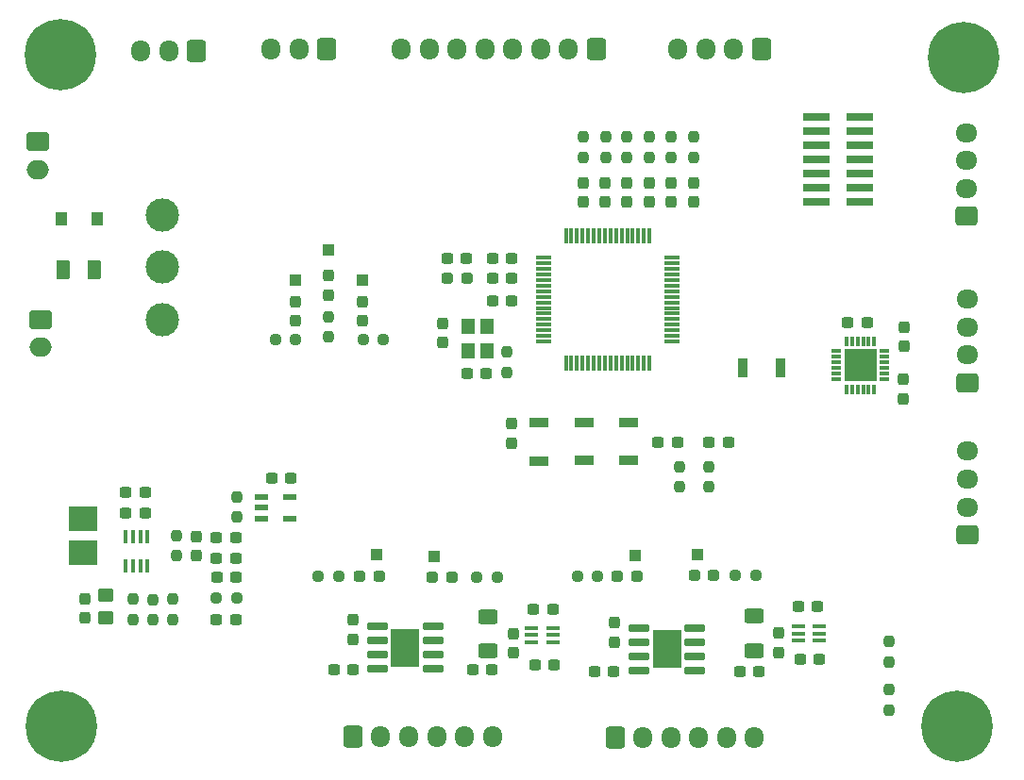
<source format=gbr>
%TF.GenerationSoftware,KiCad,Pcbnew,(7.0.0)*%
%TF.CreationDate,2023-10-26T11:16:44+02:00*%
%TF.ProjectId,Kyttiludzinator,4b797474-696c-4756-947a-696e61746f72,rev?*%
%TF.SameCoordinates,Original*%
%TF.FileFunction,Soldermask,Top*%
%TF.FilePolarity,Negative*%
%FSLAX46Y46*%
G04 Gerber Fmt 4.6, Leading zero omitted, Abs format (unit mm)*
G04 Created by KiCad (PCBNEW (7.0.0)) date 2023-10-26 11:16:44*
%MOMM*%
%LPD*%
G01*
G04 APERTURE LIST*
G04 Aperture macros list*
%AMRoundRect*
0 Rectangle with rounded corners*
0 $1 Rounding radius*
0 $2 $3 $4 $5 $6 $7 $8 $9 X,Y pos of 4 corners*
0 Add a 4 corners polygon primitive as box body*
4,1,4,$2,$3,$4,$5,$6,$7,$8,$9,$2,$3,0*
0 Add four circle primitives for the rounded corners*
1,1,$1+$1,$2,$3*
1,1,$1+$1,$4,$5*
1,1,$1+$1,$6,$7*
1,1,$1+$1,$8,$9*
0 Add four rect primitives between the rounded corners*
20,1,$1+$1,$2,$3,$4,$5,0*
20,1,$1+$1,$4,$5,$6,$7,0*
20,1,$1+$1,$6,$7,$8,$9,0*
20,1,$1+$1,$8,$9,$2,$3,0*%
G04 Aperture macros list end*
%ADD10RoundRect,0.250000X0.725000X-0.600000X0.725000X0.600000X-0.725000X0.600000X-0.725000X-0.600000X0*%
%ADD11O,1.950000X1.700000*%
%ADD12RoundRect,0.237500X0.237500X-0.250000X0.237500X0.250000X-0.237500X0.250000X-0.237500X-0.250000X0*%
%ADD13RoundRect,0.237500X-0.300000X-0.237500X0.300000X-0.237500X0.300000X0.237500X-0.300000X0.237500X0*%
%ADD14RoundRect,0.237500X-0.237500X0.287500X-0.237500X-0.287500X0.237500X-0.287500X0.237500X0.287500X0*%
%ADD15RoundRect,0.237500X0.237500X-0.300000X0.237500X0.300000X-0.237500X0.300000X-0.237500X-0.300000X0*%
%ADD16RoundRect,0.237500X-0.237500X0.250000X-0.237500X-0.250000X0.237500X-0.250000X0.237500X0.250000X0*%
%ADD17RoundRect,0.150000X0.820000X0.150000X-0.820000X0.150000X-0.820000X-0.150000X0.820000X-0.150000X0*%
%ADD18R,2.620000X3.510000*%
%ADD19RoundRect,0.250000X-0.450000X0.350000X-0.450000X-0.350000X0.450000X-0.350000X0.450000X0.350000X0*%
%ADD20R,1.000000X1.000000*%
%ADD21C,0.800000*%
%ADD22C,6.400000*%
%ADD23RoundRect,0.237500X0.300000X0.237500X-0.300000X0.237500X-0.300000X-0.237500X0.300000X-0.237500X0*%
%ADD24RoundRect,0.237500X-0.237500X0.300000X-0.237500X-0.300000X0.237500X-0.300000X0.237500X0.300000X0*%
%ADD25RoundRect,0.237500X0.250000X0.237500X-0.250000X0.237500X-0.250000X-0.237500X0.250000X-0.237500X0*%
%ADD26R,1.200000X0.600000*%
%ADD27RoundRect,0.250000X-0.750000X0.600000X-0.750000X-0.600000X0.750000X-0.600000X0.750000X0.600000X0*%
%ADD28O,2.000000X1.700000*%
%ADD29R,1.700000X0.900000*%
%ADD30RoundRect,0.250000X0.600000X0.725000X-0.600000X0.725000X-0.600000X-0.725000X0.600000X-0.725000X0*%
%ADD31O,1.700000X1.950000*%
%ADD32RoundRect,0.250000X-0.625000X0.400000X-0.625000X-0.400000X0.625000X-0.400000X0.625000X0.400000X0*%
%ADD33R,0.300000X0.950000*%
%ADD34R,0.950000X0.300000*%
%ADD35R,2.990000X2.990000*%
%ADD36RoundRect,0.237500X0.237500X-0.287500X0.237500X0.287500X-0.237500X0.287500X-0.237500X-0.287500X0*%
%ADD37R,0.450000X1.150000*%
%ADD38RoundRect,0.237500X-0.287500X-0.237500X0.287500X-0.237500X0.287500X0.237500X-0.287500X0.237500X0*%
%ADD39R,1.200000X0.400000*%
%ADD40R,0.900000X1.700000*%
%ADD41RoundRect,0.237500X0.287500X0.237500X-0.287500X0.237500X-0.287500X-0.237500X0.287500X-0.237500X0*%
%ADD42R,1.200000X1.400000*%
%ADD43RoundRect,0.237500X-0.250000X-0.237500X0.250000X-0.237500X0.250000X0.237500X-0.250000X0.237500X0*%
%ADD44RoundRect,0.250000X-0.600000X-0.725000X0.600000X-0.725000X0.600000X0.725000X-0.600000X0.725000X0*%
%ADD45R,2.500000X2.200000*%
%ADD46R,1.120000X1.220000*%
%ADD47R,1.475000X0.300000*%
%ADD48R,0.300000X1.475000*%
%ADD49R,2.400000X0.740000*%
%ADD50RoundRect,0.250000X-0.375000X-0.625000X0.375000X-0.625000X0.375000X0.625000X-0.375000X0.625000X0*%
%ADD51C,3.000000*%
G04 APERTURE END LIST*
D10*
%TO.C,J504*%
X212958000Y-85859000D03*
D11*
X212957999Y-83358999D03*
X212957999Y-80858999D03*
X212957999Y-78358999D03*
%TD*%
D12*
%TO.C,R205*%
X188341000Y-51990000D03*
X188341000Y-50165000D03*
%TD*%
D13*
%TO.C,C308*%
X145568500Y-86106000D03*
X147293500Y-86106000D03*
%TD*%
D14*
%TO.C,D205*%
X184404000Y-54243000D03*
X184404000Y-55993000D03*
%TD*%
D15*
%TO.C,C401*%
X157800000Y-95223500D03*
X157800000Y-93498500D03*
%TD*%
D16*
%TO.C,R202*%
X187071000Y-79732500D03*
X187071000Y-81557500D03*
%TD*%
D17*
%TO.C,U401*%
X188441000Y-98044000D03*
X188441000Y-96774000D03*
X188441000Y-95504000D03*
X188441000Y-94234000D03*
X183481000Y-94234000D03*
X183481000Y-95504000D03*
X183481000Y-96774000D03*
X183481000Y-98044000D03*
D18*
X185960999Y-96138999D03*
%TD*%
D19*
%TO.C,R303*%
X135636000Y-91305500D03*
X135636000Y-93305500D03*
%TD*%
D20*
%TO.C,REF\u002A\u002A*%
X158622999Y-62991999D03*
%TD*%
D21*
%TO.C,REFe*%
X210200000Y-43000000D03*
X210902944Y-41302944D03*
X210902944Y-44697056D03*
X212600000Y-40600000D03*
D22*
X212600000Y-43000000D03*
D21*
X212600000Y-45400000D03*
X214297056Y-41302944D03*
X214297056Y-44697056D03*
X215000000Y-43000000D03*
%TD*%
D23*
%TO.C,C307*%
X147291000Y-87997500D03*
X145566000Y-87997500D03*
%TD*%
D15*
%TO.C,C402*%
X181229000Y-95477500D03*
X181229000Y-93752500D03*
%TD*%
D16*
%TO.C,R305*%
X141605000Y-91647000D03*
X141605000Y-93472000D03*
%TD*%
D24*
%TO.C,C304*%
X133731000Y-91570000D03*
X133731000Y-93295000D03*
%TD*%
D13*
%TO.C,C206*%
X185192500Y-77597000D03*
X186917500Y-77597000D03*
%TD*%
D25*
%TO.C,R402*%
X179756500Y-89600000D03*
X177931500Y-89600000D03*
%TD*%
D23*
%TO.C,C405*%
X199662500Y-97000000D03*
X197937500Y-97000000D03*
%TD*%
D26*
%TO.C,PS301*%
X149623499Y-82475499D03*
X149623499Y-83425499D03*
X149623499Y-84375499D03*
X152123499Y-84375499D03*
X152123499Y-82475499D03*
%TD*%
D27*
%TO.C,Alim_charger301*%
X129485000Y-50566000D03*
D28*
X129484999Y-53065999D03*
%TD*%
D20*
%TO.C,REF\u002A\u002A*%
X165099999Y-87799999D03*
%TD*%
D23*
%TO.C,C410*%
X181200000Y-98100000D03*
X179475000Y-98100000D03*
%TD*%
D29*
%TO.C,SW202*%
X178561999Y-75769999D03*
X178561999Y-79169999D03*
%TD*%
D30*
%TO.C,J502*%
X155448000Y-42291000D03*
D31*
X152947999Y-42290999D03*
X150447999Y-42290999D03*
%TD*%
D16*
%TO.C,R304*%
X139827000Y-91670500D03*
X139827000Y-93495500D03*
%TD*%
D32*
%TO.C,R406*%
X169900000Y-93200000D03*
X169900000Y-96300000D03*
%TD*%
D23*
%TO.C,C204*%
X191489500Y-77597000D03*
X189764500Y-77597000D03*
%TD*%
%TO.C,C303*%
X139163000Y-83933500D03*
X137438000Y-83933500D03*
%TD*%
D16*
%TO.C,R404*%
X155575000Y-66270500D03*
X155575000Y-68095500D03*
%TD*%
D33*
%TO.C,IC501*%
X202067999Y-72781999D03*
X202567999Y-72781999D03*
X203067999Y-72781999D03*
X203567999Y-72781999D03*
X204067999Y-72781999D03*
X204567999Y-72781999D03*
D34*
X205467999Y-71881999D03*
X205467999Y-71381999D03*
X205467999Y-70881999D03*
X205467999Y-70381999D03*
X205467999Y-69881999D03*
X205467999Y-69381999D03*
D33*
X204567999Y-68481999D03*
X204067999Y-68481999D03*
X203567999Y-68481999D03*
X203067999Y-68481999D03*
X202567999Y-68481999D03*
X202067999Y-68481999D03*
D34*
X201167999Y-69381999D03*
X201167999Y-69881999D03*
X201167999Y-70381999D03*
X201167999Y-70881999D03*
X201167999Y-71381999D03*
X201167999Y-71881999D03*
D35*
X203317999Y-70631999D03*
%TD*%
D21*
%TO.C,REF\u002A\u002A*%
X209600000Y-103000000D03*
X210302944Y-101302944D03*
X210302944Y-104697056D03*
X212000000Y-100600000D03*
D22*
X212000000Y-103000000D03*
D21*
X212000000Y-105400000D03*
X213697056Y-101302944D03*
X213697056Y-104697056D03*
X214400000Y-103000000D03*
%TD*%
D23*
%TO.C,C309*%
X152246500Y-80800000D03*
X150521500Y-80800000D03*
%TD*%
%TO.C,C403*%
X175715000Y-92583000D03*
X173990000Y-92583000D03*
%TD*%
D36*
%TO.C,D404*%
X152654000Y-66661000D03*
X152654000Y-64911000D03*
%TD*%
D16*
%TO.C,R302*%
X138049000Y-91647000D03*
X138049000Y-93472000D03*
%TD*%
D13*
%TO.C,C408*%
X174137500Y-97500000D03*
X175862500Y-97500000D03*
%TD*%
D30*
%TO.C,J503*%
X179632000Y-42291000D03*
D31*
X177131999Y-42290999D03*
X174631999Y-42290999D03*
X172131999Y-42290999D03*
X169631999Y-42290999D03*
X167131999Y-42290999D03*
X164631999Y-42290999D03*
X162131999Y-42290999D03*
%TD*%
D27*
%TO.C,Alim_batterie301*%
X129794000Y-66548000D03*
D28*
X129793999Y-69047999D03*
%TD*%
D37*
%TO.C,U301*%
X139361499Y-86032499D03*
X138711499Y-86032499D03*
X138061499Y-86032499D03*
X137411499Y-86032499D03*
X137411499Y-88632499D03*
X138061499Y-88632499D03*
X138711499Y-88632499D03*
X139361499Y-88632499D03*
%TD*%
D16*
%TO.C,R407*%
X205867000Y-95457000D03*
X205867000Y-97282000D03*
%TD*%
%TO.C,R201*%
X189738000Y-79732500D03*
X189738000Y-81557500D03*
%TD*%
D14*
%TO.C,D204*%
X182372000Y-54257000D03*
X182372000Y-56007000D03*
%TD*%
D13*
%TO.C,C305*%
X145569000Y-93458500D03*
X147294000Y-93458500D03*
%TD*%
D38*
%TO.C,L201*%
X166257000Y-62865000D03*
X168007000Y-62865000D03*
%TD*%
D24*
%TO.C,C407*%
X172200000Y-94737500D03*
X172200000Y-96462500D03*
%TD*%
D12*
%TO.C,R203*%
X171577000Y-71270500D03*
X171577000Y-69445500D03*
%TD*%
D21*
%TO.C,REF\u002A\u002A*%
X129200000Y-103000000D03*
X129902944Y-101302944D03*
X129902944Y-104697056D03*
X131600000Y-100600000D03*
D22*
X131600000Y-103000000D03*
D21*
X131600000Y-105400000D03*
X133297056Y-101302944D03*
X133297056Y-104697056D03*
X134000000Y-103000000D03*
%TD*%
D32*
%TO.C,R405*%
X193800000Y-93150000D03*
X193800000Y-96250000D03*
%TD*%
D12*
%TO.C,R307*%
X147424500Y-84272000D03*
X147424500Y-82447000D03*
%TD*%
D10*
%TO.C,J505*%
X212852000Y-57277000D03*
D11*
X212851999Y-54776999D03*
X212851999Y-52276999D03*
X212851999Y-49776999D03*
%TD*%
D16*
%TO.C,R301*%
X141983500Y-85932000D03*
X141983500Y-87757000D03*
%TD*%
D23*
%TO.C,C203*%
X172058500Y-61087000D03*
X170333500Y-61087000D03*
%TD*%
%TO.C,C306*%
X147317500Y-89648500D03*
X145592500Y-89648500D03*
%TD*%
D30*
%TO.C,J506*%
X194437000Y-42291000D03*
D31*
X191936999Y-42290999D03*
X189436999Y-42290999D03*
X186936999Y-42290999D03*
%TD*%
D13*
%TO.C,C209*%
X168047500Y-71374000D03*
X169772500Y-71374000D03*
%TD*%
D20*
%TO.C,REF\u002A\u002A*%
X188699999Y-87599999D03*
%TD*%
D12*
%TO.C,R208*%
X184404000Y-51966500D03*
X184404000Y-50141500D03*
%TD*%
D17*
%TO.C,U402*%
X164979000Y-97917000D03*
X164979000Y-96647000D03*
X164979000Y-95377000D03*
X164979000Y-94107000D03*
X160019000Y-94107000D03*
X160019000Y-95377000D03*
X160019000Y-96647000D03*
X160019000Y-97917000D03*
D18*
X162498999Y-96011999D03*
%TD*%
D39*
%TO.C,IC402*%
X175734999Y-95499999D03*
X175734999Y-94849999D03*
X175734999Y-94199999D03*
X173834999Y-94199999D03*
X173834999Y-94849999D03*
X173834999Y-95499999D03*
%TD*%
D24*
%TO.C,C207*%
X172000000Y-75900000D03*
X172000000Y-77625000D03*
%TD*%
D40*
%TO.C,SW204*%
X192736999Y-70865999D03*
X196136999Y-70865999D03*
%TD*%
D12*
%TO.C,R207*%
X182372000Y-51966500D03*
X182372000Y-50141500D03*
%TD*%
D23*
%TO.C,C201*%
X172058500Y-64897000D03*
X170333500Y-64897000D03*
%TD*%
D25*
%TO.C,R404*%
X156500000Y-89600000D03*
X154675000Y-89600000D03*
%TD*%
D20*
%TO.C,REF\u002A\u002A*%
X155574999Y-60324999D03*
%TD*%
D41*
%TO.C,D403*%
X166675000Y-89700000D03*
X164925000Y-89700000D03*
%TD*%
%TO.C,D401*%
X190185000Y-89535000D03*
X188435000Y-89535000D03*
%TD*%
D42*
%TO.C,Y201*%
X169798999Y-69341999D03*
X169798999Y-67141999D03*
X168098999Y-67141999D03*
X168098999Y-69341999D03*
%TD*%
D38*
%TO.C,D404*%
X158395500Y-89600000D03*
X160145500Y-89600000D03*
%TD*%
D23*
%TO.C,C503*%
X203935500Y-66802000D03*
X202210500Y-66802000D03*
%TD*%
D24*
%TO.C,C208*%
X165862000Y-66855000D03*
X165862000Y-68580000D03*
%TD*%
D43*
%TO.C,R403*%
X168890500Y-89700000D03*
X170715500Y-89700000D03*
%TD*%
D44*
%TO.C,J402*%
X157800000Y-104000000D03*
D31*
X160299999Y-103999999D03*
X162799999Y-103999999D03*
X165299999Y-103999999D03*
X167799999Y-103999999D03*
X170299999Y-103999999D03*
%TD*%
D23*
%TO.C,C412*%
X157834500Y-98000000D03*
X156109500Y-98000000D03*
%TD*%
D13*
%TO.C,C411*%
X168537500Y-98000000D03*
X170262500Y-98000000D03*
%TD*%
D23*
%TO.C,C202*%
X172058500Y-62865000D03*
X170333500Y-62865000D03*
%TD*%
%TO.C,C301*%
X139165500Y-82028500D03*
X137440500Y-82028500D03*
%TD*%
D14*
%TO.C,D203*%
X186309000Y-54243000D03*
X186309000Y-55993000D03*
%TD*%
D15*
%TO.C,C501*%
X207137000Y-73633500D03*
X207137000Y-71908500D03*
%TD*%
D43*
%TO.C,R306*%
X145542500Y-91553500D03*
X147367500Y-91553500D03*
%TD*%
D20*
%TO.C,REF\u002A\u002A*%
X159892999Y-87629999D03*
%TD*%
D43*
%TO.C,R401*%
X192104000Y-89535000D03*
X193929000Y-89535000D03*
%TD*%
D10*
%TO.C,J509*%
X212958000Y-72203000D03*
D11*
X212957999Y-69702999D03*
X212957999Y-67202999D03*
X212957999Y-64702999D03*
%TD*%
D39*
%TO.C,IC401*%
X197726999Y-94076999D03*
X199626999Y-95376999D03*
X199626999Y-94726999D03*
X199626999Y-94076999D03*
X197726999Y-94726999D03*
X197726999Y-95376999D03*
%TD*%
D29*
%TO.C,SW201*%
X174497999Y-75818999D03*
X174497999Y-79218999D03*
%TD*%
D25*
%TO.C,R404*%
X152677500Y-68326000D03*
X150852500Y-68326000D03*
%TD*%
D12*
%TO.C,R204*%
X178435000Y-51990000D03*
X178435000Y-50165000D03*
%TD*%
D45*
%TO.C,L301*%
X133601499Y-87489499D03*
X133601499Y-84389499D03*
%TD*%
D30*
%TO.C,J501*%
X143764000Y-42418000D03*
D31*
X141263999Y-42417999D03*
X138763999Y-42417999D03*
%TD*%
D16*
%TO.C,R408*%
X205867000Y-99775000D03*
X205867000Y-101600000D03*
%TD*%
D24*
%TO.C,C302*%
X143761500Y-85992000D03*
X143761500Y-87717000D03*
%TD*%
D20*
%TO.C,REF\u002A\u002A*%
X183099999Y-87699999D03*
%TD*%
D13*
%TO.C,C409*%
X192475000Y-98100000D03*
X194200000Y-98100000D03*
%TD*%
D46*
%TO.C,D301*%
X134822999Y-57530999D03*
X131622999Y-57530999D03*
%TD*%
D20*
%TO.C,REF\u002A\u002A*%
X152653999Y-62991999D03*
%TD*%
D47*
%TO.C,IC201*%
X174915999Y-60996999D03*
X174915999Y-61496999D03*
X174915999Y-61996999D03*
X174915999Y-62496999D03*
X174915999Y-62996999D03*
X174915999Y-63496999D03*
X174915999Y-63996999D03*
X174915999Y-64496999D03*
X174915999Y-64996999D03*
X174915999Y-65496999D03*
X174915999Y-65996999D03*
X174915999Y-66496999D03*
X174915999Y-66996999D03*
X174915999Y-67496999D03*
X174915999Y-67996999D03*
X174915999Y-68496999D03*
D48*
X176903999Y-70484999D03*
X177403999Y-70484999D03*
X177903999Y-70484999D03*
X178403999Y-70484999D03*
X178903999Y-70484999D03*
X179403999Y-70484999D03*
X179903999Y-70484999D03*
X180403999Y-70484999D03*
X180903999Y-70484999D03*
X181403999Y-70484999D03*
X181903999Y-70484999D03*
X182403999Y-70484999D03*
X182903999Y-70484999D03*
X183403999Y-70484999D03*
X183903999Y-70484999D03*
X184403999Y-70484999D03*
D47*
X186391999Y-68496999D03*
X186391999Y-67996999D03*
X186391999Y-67496999D03*
X186391999Y-66996999D03*
X186391999Y-66496999D03*
X186391999Y-65996999D03*
X186391999Y-65496999D03*
X186391999Y-64996999D03*
X186391999Y-64496999D03*
X186391999Y-63996999D03*
X186391999Y-63496999D03*
X186391999Y-62996999D03*
X186391999Y-62496999D03*
X186391999Y-61996999D03*
X186391999Y-61496999D03*
X186391999Y-60996999D03*
D48*
X184403999Y-59008999D03*
X183903999Y-59008999D03*
X183403999Y-59008999D03*
X182903999Y-59008999D03*
X182403999Y-59008999D03*
X181903999Y-59008999D03*
X181403999Y-59008999D03*
X180903999Y-59008999D03*
X180403999Y-59008999D03*
X179903999Y-59008999D03*
X179403999Y-59008999D03*
X178903999Y-59008999D03*
X178403999Y-59008999D03*
X177903999Y-59008999D03*
X177403999Y-59008999D03*
X176903999Y-59008999D03*
%TD*%
D14*
%TO.C,D202*%
X188341000Y-54243000D03*
X188341000Y-55993000D03*
%TD*%
D23*
%TO.C,C205*%
X167994500Y-61087000D03*
X166269500Y-61087000D03*
%TD*%
D24*
%TO.C,C502*%
X207264000Y-67209500D03*
X207264000Y-68934500D03*
%TD*%
D38*
%TO.C,D402*%
X181525000Y-89600000D03*
X183275000Y-89600000D03*
%TD*%
D23*
%TO.C,C404*%
X199468500Y-92299000D03*
X197743500Y-92299000D03*
%TD*%
D36*
%TO.C,D404*%
X158623000Y-66661000D03*
X158623000Y-64911000D03*
%TD*%
D49*
%TO.C,J201*%
X203289999Y-56006999D03*
X199389999Y-56006999D03*
X203289999Y-54736999D03*
X199389999Y-54736999D03*
X203289999Y-53466999D03*
X199389999Y-53466999D03*
X203289999Y-52196999D03*
X199389999Y-52196999D03*
X203289999Y-50926999D03*
X199389999Y-50926999D03*
X203289999Y-49656999D03*
X199389999Y-49656999D03*
X203289999Y-48386999D03*
X199389999Y-48386999D03*
%TD*%
D12*
%TO.C,R209*%
X180467000Y-51966500D03*
X180467000Y-50141500D03*
%TD*%
D50*
%TO.C,F301*%
X131823000Y-62103000D03*
X134623000Y-62103000D03*
%TD*%
D29*
%TO.C,SW203*%
X182498999Y-75769999D03*
X182498999Y-79169999D03*
%TD*%
D25*
%TO.C,R404*%
X160551500Y-68326000D03*
X158726500Y-68326000D03*
%TD*%
D44*
%TO.C,J401*%
X181300000Y-104100000D03*
D31*
X183799999Y-104099999D03*
X186299999Y-104099999D03*
X188799999Y-104099999D03*
X191299999Y-104099999D03*
X193799999Y-104099999D03*
%TD*%
D14*
%TO.C,D201*%
X178435000Y-54243000D03*
X178435000Y-55993000D03*
%TD*%
D51*
%TO.C,SW302*%
X140718000Y-57145000D03*
X140718000Y-61845000D03*
X140718000Y-66545000D03*
%TD*%
D36*
%TO.C,D404*%
X155575000Y-64361000D03*
X155575000Y-62611000D03*
%TD*%
D24*
%TO.C,C406*%
X195949000Y-94675000D03*
X195949000Y-96400000D03*
%TD*%
D12*
%TO.C,R206*%
X186309000Y-51966500D03*
X186309000Y-50141500D03*
%TD*%
D21*
%TO.C,REF\u002A\u002A*%
X129125944Y-42718056D03*
X129828888Y-41021000D03*
X129828888Y-44415112D03*
X131525944Y-40318056D03*
D22*
X131525944Y-42718056D03*
D21*
X131525944Y-45118056D03*
X133223000Y-41021000D03*
X133223000Y-44415112D03*
X133925944Y-42718056D03*
%TD*%
D14*
%TO.C,D206*%
X180434000Y-54257000D03*
X180434000Y-56007000D03*
%TD*%
M02*

</source>
